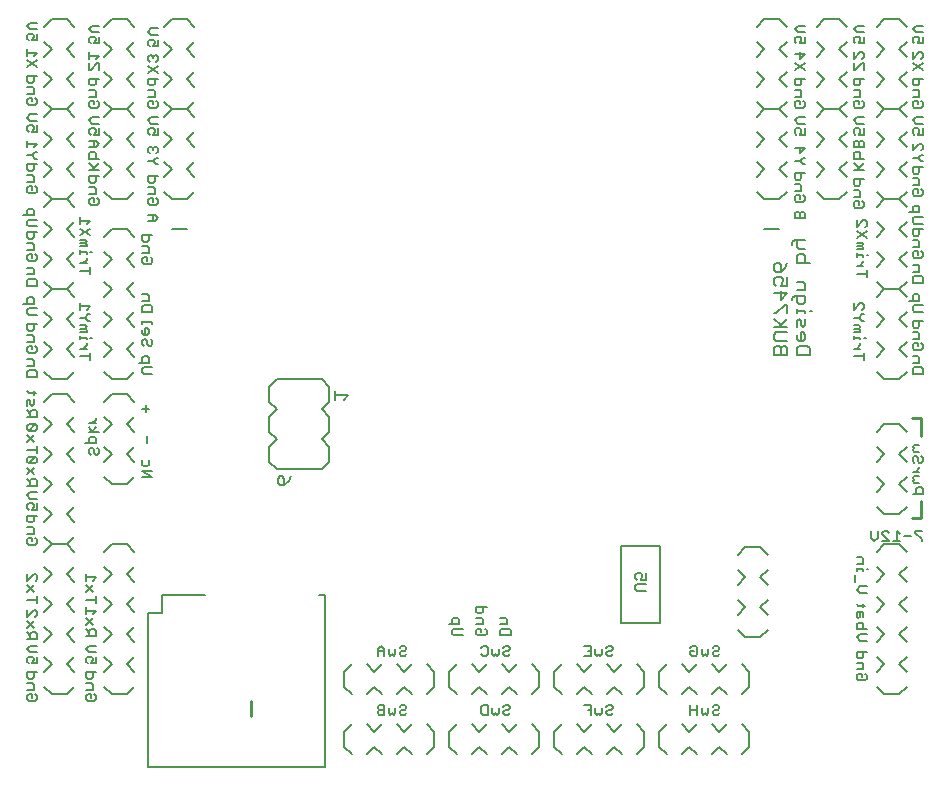
<source format=gbo>
G75*
%MOIN*%
%OFA0B0*%
%FSLAX25Y25*%
%IPPOS*%
%LPD*%
%AMOC8*
5,1,8,0,0,1.08239X$1,22.5*
%
%ADD10C,0.00700*%
%ADD11C,0.00600*%
%ADD12C,0.01000*%
%ADD13C,0.00500*%
%ADD14C,0.00800*%
D10*
X0257303Y0160537D02*
X0257303Y0162689D01*
X0258020Y0163406D01*
X0258737Y0163406D01*
X0259455Y0162689D01*
X0259455Y0160537D01*
X0261606Y0160537D02*
X0261606Y0162689D01*
X0260889Y0163406D01*
X0260172Y0163406D01*
X0259455Y0162689D01*
X0258020Y0165141D02*
X0257303Y0165858D01*
X0257303Y0167293D01*
X0258020Y0168010D01*
X0261606Y0168010D01*
X0261606Y0169745D02*
X0257303Y0169745D01*
X0258737Y0169745D02*
X0261606Y0172614D01*
X0261606Y0174349D02*
X0261606Y0177218D01*
X0260889Y0177218D01*
X0258020Y0174349D01*
X0257303Y0174349D01*
X0257303Y0172614D02*
X0259455Y0170462D01*
X0264803Y0169745D02*
X0264803Y0171897D01*
X0265520Y0172614D01*
X0266237Y0171897D01*
X0266237Y0170462D01*
X0266955Y0169745D01*
X0267672Y0170462D01*
X0267672Y0172614D01*
X0267672Y0174349D02*
X0267672Y0175066D01*
X0264803Y0175066D01*
X0264803Y0174349D02*
X0264803Y0175783D01*
X0265520Y0177418D02*
X0264803Y0178135D01*
X0264803Y0180287D01*
X0264085Y0180287D02*
X0267672Y0180287D01*
X0267672Y0178135D01*
X0266955Y0177418D01*
X0265520Y0177418D01*
X0263368Y0178853D02*
X0263368Y0179570D01*
X0264085Y0180287D01*
X0264803Y0182022D02*
X0267672Y0182022D01*
X0267672Y0184174D01*
X0266955Y0184891D01*
X0264803Y0184891D01*
X0261606Y0183557D02*
X0259455Y0183557D01*
X0260172Y0184991D01*
X0260172Y0185708D01*
X0259455Y0186426D01*
X0258020Y0186426D01*
X0257303Y0185708D01*
X0257303Y0184274D01*
X0258020Y0183557D01*
X0259455Y0181822D02*
X0259455Y0178953D01*
X0261606Y0181105D01*
X0257303Y0181105D01*
X0261606Y0183557D02*
X0261606Y0186426D01*
X0259455Y0188161D02*
X0258020Y0188161D01*
X0257303Y0188878D01*
X0257303Y0190312D01*
X0258020Y0191030D01*
X0258737Y0191030D01*
X0259455Y0190312D01*
X0259455Y0188161D01*
X0260889Y0189595D01*
X0261606Y0191030D01*
X0264803Y0191230D02*
X0264803Y0193382D01*
X0265520Y0194099D01*
X0266955Y0194099D01*
X0267672Y0193382D01*
X0267672Y0191230D01*
X0269106Y0191230D02*
X0264803Y0191230D01*
X0265520Y0195834D02*
X0264803Y0196551D01*
X0264803Y0198703D01*
X0264085Y0198703D02*
X0263368Y0197986D01*
X0263368Y0197268D01*
X0264085Y0198703D02*
X0267672Y0198703D01*
X0267672Y0195834D02*
X0265520Y0195834D01*
X0269106Y0175066D02*
X0269824Y0175066D01*
X0266955Y0168010D02*
X0266237Y0168010D01*
X0266237Y0165141D01*
X0265520Y0165141D02*
X0266955Y0165141D01*
X0267672Y0165858D01*
X0267672Y0167293D01*
X0266955Y0168010D01*
X0264803Y0167293D02*
X0264803Y0165858D01*
X0265520Y0165141D01*
X0265520Y0163406D02*
X0268389Y0163406D01*
X0269106Y0162689D01*
X0269106Y0160537D01*
X0264803Y0160537D01*
X0264803Y0162689D01*
X0265520Y0163406D01*
X0261606Y0165141D02*
X0258020Y0165141D01*
X0257303Y0160537D02*
X0261606Y0160537D01*
D11*
X0008741Y0045107D02*
X0008174Y0045674D01*
X0008174Y0046808D01*
X0008741Y0047375D01*
X0009875Y0047375D01*
X0009875Y0046241D01*
X0008741Y0045107D02*
X0011010Y0045107D01*
X0011577Y0045674D01*
X0011577Y0046808D01*
X0011010Y0047375D01*
X0010443Y0048790D02*
X0008174Y0048790D01*
X0008174Y0051059D02*
X0009875Y0051059D01*
X0010443Y0050491D01*
X0010443Y0048790D01*
X0014000Y0049892D02*
X0016500Y0047392D01*
X0021500Y0047392D01*
X0024000Y0049892D01*
X0027859Y0048790D02*
X0030128Y0048790D01*
X0030128Y0050491D01*
X0029561Y0051059D01*
X0027859Y0051059D01*
X0028426Y0052473D02*
X0027859Y0053040D01*
X0027859Y0054742D01*
X0031262Y0054742D01*
X0030128Y0054742D02*
X0030128Y0053040D01*
X0029561Y0052473D01*
X0028426Y0052473D01*
X0034000Y0054892D02*
X0036500Y0057392D01*
X0034000Y0059892D01*
X0031262Y0059917D02*
X0031262Y0057648D01*
X0029561Y0057648D01*
X0030128Y0058783D01*
X0030128Y0059350D01*
X0029561Y0059917D01*
X0028426Y0059917D01*
X0027859Y0059350D01*
X0027859Y0058215D01*
X0028426Y0057648D01*
X0028993Y0061331D02*
X0027859Y0062466D01*
X0028993Y0063600D01*
X0031262Y0063600D01*
X0031262Y0061331D02*
X0028993Y0061331D01*
X0034000Y0064892D02*
X0036500Y0067392D01*
X0034000Y0069892D01*
X0031262Y0068462D02*
X0030695Y0069029D01*
X0029561Y0069029D01*
X0028993Y0068462D01*
X0028993Y0066760D01*
X0027859Y0066760D02*
X0031262Y0066760D01*
X0031262Y0068462D01*
X0030128Y0070444D02*
X0027859Y0072712D01*
X0027859Y0074127D02*
X0027859Y0076395D01*
X0027859Y0075261D02*
X0031262Y0075261D01*
X0030128Y0074127D01*
X0030128Y0072712D02*
X0027859Y0070444D01*
X0027859Y0069029D02*
X0028993Y0067895D01*
X0024000Y0069892D02*
X0021500Y0067392D01*
X0024000Y0064892D01*
X0024000Y0059892D02*
X0021500Y0057392D01*
X0024000Y0054892D01*
X0016500Y0057392D02*
X0014000Y0054892D01*
X0011577Y0054742D02*
X0008174Y0054742D01*
X0008174Y0053040D01*
X0008741Y0052473D01*
X0009875Y0052473D01*
X0010443Y0053040D01*
X0010443Y0054742D01*
X0009875Y0057648D02*
X0010443Y0058783D01*
X0010443Y0059350D01*
X0009875Y0059917D01*
X0008741Y0059917D01*
X0008174Y0059350D01*
X0008174Y0058215D01*
X0008741Y0057648D01*
X0009875Y0057648D02*
X0011577Y0057648D01*
X0011577Y0059917D01*
X0011577Y0061331D02*
X0009308Y0061331D01*
X0008174Y0062466D01*
X0009308Y0063600D01*
X0011577Y0063600D01*
X0011577Y0065776D02*
X0011577Y0067478D01*
X0011010Y0068045D01*
X0009875Y0068045D01*
X0009308Y0067478D01*
X0009308Y0065776D01*
X0008174Y0065776D02*
X0011577Y0065776D01*
X0009308Y0066910D02*
X0008174Y0068045D01*
X0008174Y0069459D02*
X0010443Y0071728D01*
X0011010Y0073142D02*
X0011577Y0073710D01*
X0011577Y0074844D01*
X0011010Y0075411D01*
X0010443Y0075411D01*
X0008174Y0073142D01*
X0008174Y0075411D01*
X0008237Y0078944D02*
X0011640Y0078944D01*
X0011640Y0077810D02*
X0011640Y0080078D01*
X0010506Y0081493D02*
X0008237Y0083762D01*
X0008237Y0085176D02*
X0010506Y0087445D01*
X0011073Y0087445D01*
X0011640Y0086878D01*
X0011640Y0085743D01*
X0011073Y0085176D01*
X0010506Y0083762D02*
X0008237Y0081493D01*
X0008237Y0085176D02*
X0008237Y0087445D01*
X0014000Y0089892D02*
X0016500Y0087392D01*
X0014000Y0084892D01*
X0014000Y0079892D02*
X0016500Y0077392D01*
X0014000Y0074892D01*
X0014000Y0069892D02*
X0016500Y0067392D01*
X0014000Y0064892D01*
X0014000Y0059892D02*
X0016500Y0057392D01*
X0010443Y0069459D02*
X0008174Y0071728D01*
X0021500Y0077392D02*
X0024000Y0074892D01*
X0021500Y0077392D02*
X0024000Y0079892D01*
X0027922Y0078944D02*
X0031325Y0078944D01*
X0031325Y0077810D02*
X0031325Y0080078D01*
X0030191Y0081493D02*
X0027922Y0083762D01*
X0027922Y0085176D02*
X0027922Y0087445D01*
X0027922Y0086310D02*
X0031325Y0086310D01*
X0030191Y0085176D01*
X0030191Y0083762D02*
X0027922Y0081493D01*
X0024000Y0084892D02*
X0021500Y0087392D01*
X0024000Y0089892D01*
X0024000Y0094892D02*
X0021500Y0097392D01*
X0016500Y0097392D01*
X0014000Y0094892D01*
X0016500Y0097392D02*
X0021500Y0097392D01*
X0024000Y0099892D01*
X0024000Y0104892D02*
X0021500Y0107392D01*
X0024000Y0109892D01*
X0024000Y0114892D02*
X0021500Y0117392D01*
X0024000Y0119892D01*
X0024000Y0124892D02*
X0021500Y0127392D01*
X0024000Y0129892D01*
X0027709Y0130980D02*
X0031112Y0130980D01*
X0031112Y0132682D01*
X0030545Y0133249D01*
X0029410Y0133249D01*
X0028843Y0132682D01*
X0028843Y0130980D01*
X0029410Y0129566D02*
X0028843Y0128999D01*
X0028843Y0127864D01*
X0029410Y0127297D01*
X0030545Y0127864D02*
X0030545Y0128999D01*
X0029978Y0129566D01*
X0029410Y0129566D01*
X0030545Y0127864D02*
X0031112Y0127297D01*
X0031679Y0127297D01*
X0032246Y0127864D01*
X0032246Y0128999D01*
X0031679Y0129566D01*
X0034000Y0129892D02*
X0036500Y0127392D01*
X0034000Y0124892D01*
X0034000Y0119892D02*
X0036500Y0117392D01*
X0041500Y0117392D01*
X0044000Y0119892D01*
X0046560Y0119656D02*
X0049963Y0119656D01*
X0046560Y0121925D01*
X0049963Y0121925D01*
X0048261Y0123339D02*
X0047127Y0123339D01*
X0046560Y0123906D01*
X0046560Y0125608D01*
X0048828Y0125608D02*
X0048828Y0123906D01*
X0048261Y0123339D01*
X0044000Y0124892D02*
X0041500Y0127392D01*
X0044000Y0129892D01*
X0044000Y0134892D02*
X0041500Y0137392D01*
X0044000Y0139892D01*
X0046707Y0142503D02*
X0048976Y0142503D01*
X0047841Y0141369D02*
X0047841Y0143638D01*
X0044000Y0144892D02*
X0041500Y0147392D01*
X0036500Y0147392D01*
X0034000Y0144892D01*
X0034000Y0139892D02*
X0036500Y0137392D01*
X0034000Y0134892D01*
X0032246Y0134663D02*
X0028843Y0134663D01*
X0029978Y0134663D02*
X0031112Y0136365D01*
X0031112Y0137733D02*
X0028843Y0137733D01*
X0029978Y0137733D02*
X0031112Y0138867D01*
X0031112Y0139434D01*
X0028843Y0136365D02*
X0029978Y0134663D01*
X0024000Y0134892D02*
X0021500Y0137392D01*
X0024000Y0139892D01*
X0024000Y0144892D02*
X0021500Y0147392D01*
X0016500Y0147392D01*
X0014000Y0144892D01*
X0010506Y0144068D02*
X0010506Y0145769D01*
X0009371Y0145202D02*
X0009371Y0144068D01*
X0009938Y0143501D01*
X0010506Y0144068D01*
X0009371Y0145202D02*
X0008804Y0145769D01*
X0008237Y0145202D01*
X0008237Y0143501D01*
X0008237Y0142086D02*
X0009371Y0140952D01*
X0009371Y0141519D02*
X0009371Y0139818D01*
X0008237Y0139818D02*
X0011640Y0139818D01*
X0011640Y0141519D01*
X0011073Y0142086D01*
X0009938Y0142086D01*
X0009371Y0141519D01*
X0008741Y0137419D02*
X0008174Y0136852D01*
X0008174Y0135717D01*
X0008741Y0135150D01*
X0011010Y0137419D01*
X0008741Y0137419D01*
X0008741Y0135150D02*
X0011010Y0135150D01*
X0011577Y0135717D01*
X0011577Y0136852D01*
X0011010Y0137419D01*
X0010443Y0133736D02*
X0008174Y0131467D01*
X0010443Y0131467D02*
X0008174Y0133736D01*
X0011577Y0130053D02*
X0011577Y0127784D01*
X0011577Y0128918D02*
X0008174Y0128918D01*
X0008741Y0126592D02*
X0008174Y0126025D01*
X0008174Y0124891D01*
X0008741Y0124324D01*
X0011010Y0126592D01*
X0008741Y0126592D01*
X0008741Y0124324D02*
X0011010Y0124324D01*
X0011577Y0124891D01*
X0011577Y0126025D01*
X0011010Y0126592D01*
X0014000Y0124892D02*
X0016500Y0127392D01*
X0014000Y0129892D01*
X0014000Y0134892D02*
X0016500Y0137392D01*
X0014000Y0139892D01*
X0010506Y0147184D02*
X0010506Y0148318D01*
X0011073Y0147751D02*
X0008804Y0147751D01*
X0008237Y0148318D01*
X0008174Y0153121D02*
X0008174Y0154822D01*
X0008741Y0155389D01*
X0011010Y0155389D01*
X0011577Y0154822D01*
X0011577Y0153121D01*
X0008174Y0153121D01*
X0008174Y0156804D02*
X0010443Y0156804D01*
X0010443Y0158505D01*
X0009875Y0159072D01*
X0008174Y0159072D01*
X0008741Y0161249D02*
X0008174Y0161816D01*
X0008174Y0162950D01*
X0008741Y0163517D01*
X0009875Y0163517D01*
X0009875Y0162383D01*
X0008741Y0161249D02*
X0011010Y0161249D01*
X0011577Y0161816D01*
X0011577Y0162950D01*
X0011010Y0163517D01*
X0010443Y0164932D02*
X0010443Y0166633D01*
X0009875Y0167200D01*
X0008174Y0167200D01*
X0008741Y0168615D02*
X0009875Y0168615D01*
X0010443Y0169182D01*
X0010443Y0170883D01*
X0011577Y0170883D02*
X0008174Y0170883D01*
X0008174Y0169182D01*
X0008741Y0168615D01*
X0008174Y0164932D02*
X0010443Y0164932D01*
X0014000Y0164892D02*
X0016500Y0162392D01*
X0014000Y0159892D01*
X0014000Y0154892D02*
X0016500Y0152392D01*
X0021500Y0152392D01*
X0024000Y0154892D01*
X0024000Y0159892D02*
X0021500Y0162392D01*
X0024000Y0164892D01*
X0025891Y0165683D02*
X0025891Y0166817D01*
X0025891Y0166250D02*
X0028159Y0166250D01*
X0028159Y0165683D01*
X0029293Y0166250D02*
X0029861Y0166250D01*
X0028159Y0168138D02*
X0028159Y0168705D01*
X0027592Y0169273D01*
X0028159Y0169840D01*
X0027592Y0170407D01*
X0025891Y0170407D01*
X0025891Y0169273D02*
X0027592Y0169273D01*
X0028159Y0168138D02*
X0025891Y0168138D01*
X0024000Y0169892D02*
X0021500Y0172392D01*
X0024000Y0174892D01*
X0025891Y0175505D02*
X0025891Y0177773D01*
X0025891Y0176639D02*
X0029293Y0176639D01*
X0028159Y0175505D01*
X0028726Y0174090D02*
X0027592Y0172956D01*
X0025891Y0172956D01*
X0027592Y0172956D02*
X0028726Y0171821D01*
X0029293Y0171821D01*
X0029293Y0174090D02*
X0028726Y0174090D01*
X0034000Y0174892D02*
X0036500Y0172392D01*
X0034000Y0169892D01*
X0034000Y0164892D02*
X0036500Y0162392D01*
X0034000Y0159892D01*
X0029293Y0160065D02*
X0025891Y0160065D01*
X0025891Y0162614D02*
X0028159Y0162614D01*
X0027025Y0162614D02*
X0028159Y0163748D01*
X0028159Y0164315D01*
X0029293Y0161199D02*
X0029293Y0158930D01*
X0034000Y0154892D02*
X0036500Y0152392D01*
X0041500Y0152392D01*
X0044000Y0154892D01*
X0046560Y0154672D02*
X0046560Y0155806D01*
X0047127Y0156374D01*
X0049963Y0156374D01*
X0048828Y0157788D02*
X0045426Y0157788D01*
X0046560Y0157788D02*
X0046560Y0159490D01*
X0047127Y0160057D01*
X0048261Y0160057D01*
X0048828Y0159490D01*
X0048828Y0157788D01*
X0049963Y0154105D02*
X0047127Y0154105D01*
X0046560Y0154672D01*
X0044000Y0159892D02*
X0041500Y0162392D01*
X0044000Y0164892D01*
X0046560Y0165162D02*
X0046560Y0164028D01*
X0047127Y0163461D01*
X0048261Y0164028D02*
X0048261Y0165162D01*
X0047694Y0165729D01*
X0047127Y0165729D01*
X0046560Y0165162D01*
X0048261Y0164028D02*
X0048828Y0163461D01*
X0049396Y0163461D01*
X0049963Y0164028D01*
X0049963Y0165162D01*
X0049396Y0165729D01*
X0048261Y0167144D02*
X0047127Y0167144D01*
X0046560Y0167711D01*
X0046560Y0168845D01*
X0047694Y0169412D02*
X0047694Y0167144D01*
X0048261Y0167144D02*
X0048828Y0167711D01*
X0048828Y0168845D01*
X0048261Y0169412D01*
X0047694Y0169412D01*
X0046560Y0170827D02*
X0046560Y0171961D01*
X0046560Y0171394D02*
X0049963Y0171394D01*
X0049963Y0170827D01*
X0049963Y0174774D02*
X0046560Y0174774D01*
X0046560Y0176476D01*
X0047127Y0177043D01*
X0049396Y0177043D01*
X0049963Y0176476D01*
X0049963Y0174774D01*
X0048828Y0178457D02*
X0046560Y0178457D01*
X0048828Y0178457D02*
X0048828Y0180159D01*
X0048261Y0180726D01*
X0046560Y0180726D01*
X0044000Y0179892D02*
X0041500Y0182392D01*
X0044000Y0184892D01*
X0044000Y0189892D02*
X0041500Y0192392D01*
X0044000Y0194892D01*
X0046560Y0194459D02*
X0048828Y0194459D01*
X0048828Y0196161D01*
X0048261Y0196728D01*
X0046560Y0196728D01*
X0047127Y0198142D02*
X0048261Y0198142D01*
X0048828Y0198710D01*
X0048828Y0200411D01*
X0049963Y0200411D02*
X0046560Y0200411D01*
X0046560Y0198710D01*
X0047127Y0198142D01*
X0044000Y0199892D02*
X0041500Y0202392D01*
X0036500Y0202392D01*
X0034000Y0199892D01*
X0029293Y0200365D02*
X0025891Y0202633D01*
X0025891Y0204048D02*
X0025891Y0206317D01*
X0025891Y0205182D02*
X0029293Y0205182D01*
X0028159Y0204048D01*
X0029293Y0202633D02*
X0025891Y0200365D01*
X0025891Y0198950D02*
X0027592Y0198950D01*
X0028159Y0198383D01*
X0027592Y0197816D01*
X0025891Y0197816D01*
X0025891Y0196682D02*
X0028159Y0196682D01*
X0028159Y0197249D01*
X0027592Y0197816D01*
X0025891Y0195361D02*
X0025891Y0194226D01*
X0025891Y0194793D02*
X0028159Y0194793D01*
X0028159Y0194226D01*
X0029293Y0194793D02*
X0029861Y0194793D01*
X0028159Y0192858D02*
X0028159Y0192291D01*
X0027025Y0191157D01*
X0025891Y0191157D02*
X0028159Y0191157D01*
X0029293Y0189742D02*
X0029293Y0187474D01*
X0029293Y0188608D02*
X0025891Y0188608D01*
X0024000Y0189892D02*
X0021500Y0192392D01*
X0024000Y0194892D01*
X0024000Y0199892D02*
X0021500Y0202392D01*
X0024000Y0204892D01*
X0024000Y0209892D02*
X0021500Y0212392D01*
X0016500Y0212392D01*
X0014000Y0209892D01*
X0016500Y0212392D02*
X0021500Y0212392D01*
X0024000Y0214892D01*
X0024000Y0219892D02*
X0021500Y0222392D01*
X0024000Y0224892D01*
X0028843Y0224541D02*
X0030545Y0222839D01*
X0029978Y0222272D02*
X0032246Y0224541D01*
X0032246Y0225955D02*
X0028843Y0225955D01*
X0028843Y0227657D01*
X0029410Y0228224D01*
X0030545Y0228224D01*
X0031112Y0227657D01*
X0031112Y0225955D01*
X0034000Y0224892D02*
X0036500Y0222392D01*
X0034000Y0219892D01*
X0032246Y0220096D02*
X0028843Y0220096D01*
X0028843Y0218395D01*
X0029410Y0217827D01*
X0030545Y0217827D01*
X0031112Y0218395D01*
X0031112Y0220096D01*
X0032246Y0222272D02*
X0028843Y0222272D01*
X0028843Y0216413D02*
X0030545Y0216413D01*
X0031112Y0215846D01*
X0031112Y0214144D01*
X0028843Y0214144D01*
X0029410Y0212730D02*
X0030545Y0212730D01*
X0030545Y0211595D01*
X0031679Y0210461D02*
X0029410Y0210461D01*
X0028843Y0211028D01*
X0028843Y0212163D01*
X0029410Y0212730D01*
X0031679Y0212730D02*
X0032246Y0212163D01*
X0032246Y0211028D01*
X0031679Y0210461D01*
X0034000Y0214892D02*
X0036500Y0212392D01*
X0041500Y0212392D01*
X0044000Y0214892D01*
X0044000Y0219892D02*
X0041500Y0222392D01*
X0044000Y0224892D01*
X0048528Y0225121D02*
X0050230Y0225121D01*
X0051364Y0226255D01*
X0051931Y0226255D01*
X0051364Y0227670D02*
X0051931Y0228237D01*
X0051931Y0229371D01*
X0051364Y0229939D01*
X0050797Y0229939D01*
X0050230Y0229371D01*
X0049663Y0229939D01*
X0049095Y0229939D01*
X0048528Y0229371D01*
X0048528Y0228237D01*
X0049095Y0227670D01*
X0050230Y0228804D02*
X0050230Y0229371D01*
X0050230Y0233829D02*
X0050797Y0234964D01*
X0050797Y0235531D01*
X0050230Y0236098D01*
X0049095Y0236098D01*
X0048528Y0235531D01*
X0048528Y0234397D01*
X0049095Y0233829D01*
X0050230Y0233829D02*
X0051931Y0233829D01*
X0051931Y0236098D01*
X0051931Y0237513D02*
X0049663Y0237513D01*
X0048528Y0238647D01*
X0049663Y0239781D01*
X0051931Y0239781D01*
X0054000Y0239892D02*
X0056500Y0242392D01*
X0061500Y0242392D01*
X0064000Y0239892D01*
X0061500Y0242392D02*
X0056500Y0242392D01*
X0054000Y0244892D01*
X0051931Y0244643D02*
X0051931Y0243509D01*
X0051364Y0242942D01*
X0049095Y0242942D01*
X0048528Y0243509D01*
X0048528Y0244643D01*
X0049095Y0245210D01*
X0050230Y0245210D01*
X0050230Y0244076D01*
X0051364Y0245210D02*
X0051931Y0244643D01*
X0050797Y0246625D02*
X0050797Y0248326D01*
X0050230Y0248893D01*
X0048528Y0248893D01*
X0049095Y0250308D02*
X0050230Y0250308D01*
X0050797Y0250875D01*
X0050797Y0252576D01*
X0051931Y0252576D02*
X0048528Y0252576D01*
X0048528Y0250875D01*
X0049095Y0250308D01*
X0048528Y0254499D02*
X0051931Y0256767D01*
X0051364Y0258182D02*
X0051931Y0258749D01*
X0051931Y0259883D01*
X0051364Y0260450D01*
X0050797Y0260450D01*
X0050230Y0259883D01*
X0049663Y0260450D01*
X0049095Y0260450D01*
X0048528Y0259883D01*
X0048528Y0258749D01*
X0049095Y0258182D01*
X0048528Y0256767D02*
X0051931Y0254499D01*
X0054000Y0254892D02*
X0056500Y0252392D01*
X0054000Y0249892D01*
X0050797Y0246625D02*
X0048528Y0246625D01*
X0044000Y0244892D02*
X0041500Y0242392D01*
X0036500Y0242392D01*
X0034000Y0244892D01*
X0032246Y0244643D02*
X0032246Y0243509D01*
X0031679Y0242942D01*
X0029410Y0242942D01*
X0028843Y0243509D01*
X0028843Y0244643D01*
X0029410Y0245210D01*
X0030545Y0245210D01*
X0030545Y0244076D01*
X0031679Y0245210D02*
X0032246Y0244643D01*
X0031112Y0246625D02*
X0031112Y0248326D01*
X0030545Y0248893D01*
X0028843Y0248893D01*
X0029410Y0250308D02*
X0030545Y0250308D01*
X0031112Y0250875D01*
X0031112Y0252576D01*
X0032246Y0252576D02*
X0028843Y0252576D01*
X0028843Y0250875D01*
X0029410Y0250308D01*
X0034000Y0249892D02*
X0036500Y0252392D01*
X0034000Y0254892D01*
X0032246Y0255483D02*
X0032246Y0257752D01*
X0031679Y0257752D01*
X0029410Y0255483D01*
X0028843Y0255483D01*
X0028843Y0257752D01*
X0028843Y0259166D02*
X0028843Y0261435D01*
X0028843Y0260300D02*
X0032246Y0260300D01*
X0031112Y0259166D01*
X0034000Y0259892D02*
X0036500Y0262392D01*
X0034000Y0264892D01*
X0032246Y0264341D02*
X0030545Y0264341D01*
X0031112Y0265475D01*
X0031112Y0266043D01*
X0030545Y0266610D01*
X0029410Y0266610D01*
X0028843Y0266043D01*
X0028843Y0264908D01*
X0029410Y0264341D01*
X0032246Y0264341D02*
X0032246Y0266610D01*
X0032246Y0268024D02*
X0029978Y0268024D01*
X0028843Y0269159D01*
X0029978Y0270293D01*
X0032246Y0270293D01*
X0034000Y0269892D02*
X0036500Y0272392D01*
X0041500Y0272392D01*
X0044000Y0269892D01*
X0048528Y0268174D02*
X0049663Y0269309D01*
X0051931Y0269309D01*
X0054000Y0269892D02*
X0056500Y0272392D01*
X0061500Y0272392D01*
X0064000Y0269892D01*
X0064000Y0264892D02*
X0061500Y0262392D01*
X0064000Y0259892D01*
X0064000Y0254892D02*
X0061500Y0252392D01*
X0064000Y0249892D01*
X0064000Y0244892D02*
X0061500Y0242392D01*
X0064000Y0234892D02*
X0061500Y0232392D01*
X0064000Y0229892D01*
X0064000Y0224892D02*
X0061500Y0222392D01*
X0064000Y0219892D01*
X0064000Y0214892D02*
X0061500Y0212392D01*
X0056500Y0212392D01*
X0054000Y0214892D01*
X0050797Y0214144D02*
X0050797Y0215846D01*
X0050230Y0216413D01*
X0048528Y0216413D01*
X0049095Y0217827D02*
X0050230Y0217827D01*
X0050797Y0218395D01*
X0050797Y0220096D01*
X0051931Y0220096D02*
X0048528Y0220096D01*
X0048528Y0218395D01*
X0049095Y0217827D01*
X0048528Y0214144D02*
X0050797Y0214144D01*
X0051364Y0212730D02*
X0051931Y0212163D01*
X0051931Y0211028D01*
X0051364Y0210461D01*
X0049095Y0210461D01*
X0048528Y0211028D01*
X0048528Y0212163D01*
X0049095Y0212730D01*
X0050230Y0212730D01*
X0050230Y0211595D01*
X0050230Y0207301D02*
X0050230Y0205032D01*
X0050797Y0205032D02*
X0048528Y0205032D01*
X0048528Y0207301D02*
X0050797Y0207301D01*
X0051931Y0206167D01*
X0050797Y0205032D01*
X0049396Y0193045D02*
X0049963Y0192478D01*
X0049963Y0191343D01*
X0049396Y0190776D01*
X0047127Y0190776D01*
X0046560Y0191343D01*
X0046560Y0192478D01*
X0047127Y0193045D01*
X0048261Y0193045D01*
X0048261Y0191910D01*
X0036500Y0192392D02*
X0034000Y0189892D01*
X0036500Y0192392D02*
X0034000Y0194892D01*
X0034000Y0184892D02*
X0036500Y0182392D01*
X0034000Y0179892D01*
X0024000Y0179892D02*
X0021500Y0182392D01*
X0024000Y0184892D01*
X0021500Y0182392D02*
X0016500Y0182392D01*
X0014000Y0184892D01*
X0011577Y0185334D02*
X0011577Y0183633D01*
X0008174Y0183633D01*
X0008174Y0185334D01*
X0008741Y0185901D01*
X0011010Y0185901D01*
X0011577Y0185334D01*
X0010443Y0187316D02*
X0008174Y0187316D01*
X0008174Y0189584D02*
X0009875Y0189584D01*
X0010443Y0189017D01*
X0010443Y0187316D01*
X0014000Y0189892D02*
X0016500Y0192392D01*
X0014000Y0194892D01*
X0011577Y0193462D02*
X0011577Y0192328D01*
X0011010Y0191760D01*
X0008741Y0191760D01*
X0008174Y0192328D01*
X0008174Y0193462D01*
X0008741Y0194029D01*
X0009875Y0194029D01*
X0009875Y0192895D01*
X0011010Y0194029D02*
X0011577Y0193462D01*
X0010443Y0195444D02*
X0010443Y0197145D01*
X0009875Y0197712D01*
X0008174Y0197712D01*
X0008741Y0199127D02*
X0009875Y0199127D01*
X0010443Y0199694D01*
X0010443Y0201395D01*
X0011577Y0201395D02*
X0008174Y0201395D01*
X0008174Y0199694D01*
X0008741Y0199127D01*
X0008741Y0203318D02*
X0008174Y0203885D01*
X0008174Y0205019D01*
X0008741Y0205586D01*
X0011577Y0205586D01*
X0010443Y0207001D02*
X0010443Y0208702D01*
X0009875Y0209269D01*
X0008741Y0209269D01*
X0008174Y0208702D01*
X0008174Y0207001D01*
X0007040Y0207001D02*
X0010443Y0207001D01*
X0011577Y0203318D02*
X0008741Y0203318D01*
X0014000Y0204892D02*
X0016500Y0202392D01*
X0014000Y0199892D01*
X0010443Y0195444D02*
X0008174Y0195444D01*
X0016500Y0182392D02*
X0021500Y0182392D01*
X0016500Y0182392D02*
X0014000Y0179892D01*
X0010443Y0179175D02*
X0010443Y0177473D01*
X0007040Y0177473D01*
X0008174Y0177473D02*
X0008174Y0179175D01*
X0008741Y0179742D01*
X0009875Y0179742D01*
X0010443Y0179175D01*
X0011577Y0176059D02*
X0008741Y0176059D01*
X0008174Y0175491D01*
X0008174Y0174357D01*
X0008741Y0173790D01*
X0011577Y0173790D01*
X0014000Y0174892D02*
X0016500Y0172392D01*
X0014000Y0169892D01*
X0041500Y0172392D02*
X0044000Y0169892D01*
X0041500Y0172392D02*
X0044000Y0174892D01*
X0048261Y0133482D02*
X0048261Y0131213D01*
X0016500Y0117392D02*
X0014000Y0114892D01*
X0011577Y0114781D02*
X0009308Y0114781D01*
X0008174Y0113647D01*
X0009308Y0112513D01*
X0011577Y0112513D01*
X0011577Y0111098D02*
X0011577Y0108829D01*
X0009875Y0108829D01*
X0010443Y0109964D01*
X0010443Y0110531D01*
X0009875Y0111098D01*
X0008741Y0111098D01*
X0008174Y0110531D01*
X0008174Y0109397D01*
X0008741Y0108829D01*
X0008174Y0106907D02*
X0008174Y0105206D01*
X0008741Y0104639D01*
X0009875Y0104639D01*
X0010443Y0105206D01*
X0010443Y0106907D01*
X0011577Y0106907D02*
X0008174Y0106907D01*
X0008174Y0103224D02*
X0009875Y0103224D01*
X0010443Y0102657D01*
X0010443Y0100955D01*
X0008174Y0100955D01*
X0008741Y0099541D02*
X0009875Y0099541D01*
X0009875Y0098407D01*
X0008741Y0099541D02*
X0008174Y0098974D01*
X0008174Y0097839D01*
X0008741Y0097272D01*
X0011010Y0097272D01*
X0011577Y0097839D01*
X0011577Y0098974D01*
X0011010Y0099541D01*
X0014000Y0099892D02*
X0016500Y0097392D01*
X0014000Y0104892D02*
X0016500Y0107392D01*
X0014000Y0109892D01*
X0011577Y0116957D02*
X0008174Y0116957D01*
X0009308Y0116957D02*
X0009308Y0118659D01*
X0009875Y0119226D01*
X0011010Y0119226D01*
X0011577Y0118659D01*
X0011577Y0116957D01*
X0009308Y0118092D02*
X0008174Y0119226D01*
X0008174Y0120640D02*
X0010443Y0122909D01*
X0010443Y0120640D02*
X0008174Y0122909D01*
X0014000Y0119892D02*
X0016500Y0117392D01*
X0036500Y0097392D02*
X0034000Y0094892D01*
X0036500Y0097392D02*
X0041500Y0097392D01*
X0044000Y0094892D01*
X0044000Y0089892D02*
X0041500Y0087392D01*
X0044000Y0084892D01*
X0044000Y0079892D02*
X0041500Y0077392D01*
X0044000Y0074892D01*
X0044000Y0069892D02*
X0041500Y0067392D01*
X0044000Y0064892D01*
X0044000Y0059892D02*
X0041500Y0057392D01*
X0044000Y0054892D01*
X0044000Y0049892D02*
X0041500Y0047392D01*
X0036500Y0047392D01*
X0034000Y0049892D01*
X0031262Y0046808D02*
X0031262Y0045674D01*
X0030695Y0045107D01*
X0028426Y0045107D01*
X0027859Y0045674D01*
X0027859Y0046808D01*
X0028426Y0047375D01*
X0029561Y0047375D01*
X0029561Y0046241D01*
X0030695Y0047375D02*
X0031262Y0046808D01*
X0034000Y0074892D02*
X0036500Y0077392D01*
X0034000Y0079892D01*
X0034000Y0084892D02*
X0036500Y0087392D01*
X0034000Y0089892D01*
X0089000Y0124892D02*
X0091500Y0122392D01*
X0106500Y0122392D01*
X0109000Y0124892D01*
X0109000Y0129892D01*
X0106500Y0132392D01*
X0109000Y0134892D01*
X0109000Y0139892D01*
X0106500Y0142392D01*
X0109000Y0144892D01*
X0109000Y0149892D01*
X0106500Y0152392D01*
X0091500Y0152392D01*
X0089000Y0149892D01*
X0089000Y0144892D01*
X0091500Y0142392D01*
X0089000Y0139892D01*
X0089000Y0134892D01*
X0091500Y0132392D01*
X0089000Y0129892D01*
X0089000Y0124892D01*
X0150009Y0072368D02*
X0150009Y0070666D01*
X0148874Y0070666D02*
X0152277Y0070666D01*
X0152277Y0072368D01*
X0151710Y0072935D01*
X0150576Y0072935D01*
X0150009Y0072368D01*
X0150576Y0069252D02*
X0153412Y0069252D01*
X0153412Y0066983D02*
X0150576Y0066983D01*
X0150009Y0067550D01*
X0150009Y0068685D01*
X0150576Y0069252D01*
X0158009Y0068685D02*
X0158576Y0069252D01*
X0159710Y0069252D01*
X0159710Y0068117D01*
X0158576Y0066983D02*
X0158009Y0067550D01*
X0158009Y0068685D01*
X0158576Y0066983D02*
X0160844Y0066983D01*
X0161412Y0067550D01*
X0161412Y0068685D01*
X0160844Y0069252D01*
X0160277Y0070666D02*
X0160277Y0072368D01*
X0159710Y0072935D01*
X0158009Y0072935D01*
X0158576Y0074349D02*
X0159710Y0074349D01*
X0160277Y0074917D01*
X0160277Y0076618D01*
X0161412Y0076618D02*
X0158009Y0076618D01*
X0158009Y0074917D01*
X0158576Y0074349D01*
X0158009Y0070666D02*
X0160277Y0070666D01*
X0166009Y0070666D02*
X0168277Y0070666D01*
X0168277Y0072368D01*
X0167710Y0072935D01*
X0166009Y0072935D01*
X0166576Y0069252D02*
X0168844Y0069252D01*
X0169412Y0068685D01*
X0169412Y0066983D01*
X0166009Y0066983D01*
X0166009Y0068685D01*
X0166576Y0069252D01*
X0167471Y0063496D02*
X0168605Y0063496D01*
X0169172Y0062929D01*
X0169172Y0062362D01*
X0168605Y0061795D01*
X0167471Y0061795D01*
X0166904Y0061228D01*
X0166904Y0060660D01*
X0167471Y0060093D01*
X0168605Y0060093D01*
X0169172Y0060660D01*
X0166904Y0062929D02*
X0167471Y0063496D01*
X0165489Y0062362D02*
X0165489Y0060660D01*
X0164922Y0060093D01*
X0164355Y0060660D01*
X0163788Y0060093D01*
X0163221Y0060660D01*
X0163221Y0062362D01*
X0161806Y0062929D02*
X0161806Y0060660D01*
X0161239Y0060093D01*
X0160105Y0060093D01*
X0159538Y0060660D01*
X0159538Y0062929D02*
X0160105Y0063496D01*
X0161239Y0063496D01*
X0161806Y0062929D01*
X0161500Y0057392D02*
X0159000Y0054892D01*
X0156500Y0057392D01*
X0151500Y0057392D02*
X0149000Y0054892D01*
X0149000Y0049892D01*
X0151500Y0047392D01*
X0156500Y0047392D02*
X0159000Y0049892D01*
X0161500Y0047392D01*
X0161806Y0043811D02*
X0160105Y0043811D01*
X0159538Y0043244D01*
X0159538Y0040975D01*
X0160105Y0040408D01*
X0161806Y0040408D01*
X0161806Y0043811D01*
X0163221Y0042677D02*
X0163221Y0040975D01*
X0163788Y0040408D01*
X0164355Y0040975D01*
X0164922Y0040408D01*
X0165489Y0040975D01*
X0165489Y0042677D01*
X0166904Y0043244D02*
X0167471Y0043811D01*
X0168605Y0043811D01*
X0169172Y0043244D01*
X0169172Y0042677D01*
X0168605Y0042110D01*
X0167471Y0042110D01*
X0166904Y0041543D01*
X0166904Y0040975D01*
X0167471Y0040408D01*
X0168605Y0040408D01*
X0169172Y0040975D01*
X0171500Y0037392D02*
X0169000Y0034892D01*
X0166500Y0037392D01*
X0161500Y0037392D02*
X0159000Y0034892D01*
X0156500Y0037392D01*
X0151500Y0037392D02*
X0149000Y0034892D01*
X0149000Y0029892D01*
X0151500Y0027392D01*
X0156500Y0027392D02*
X0159000Y0029892D01*
X0161500Y0027392D01*
X0166500Y0027392D02*
X0169000Y0029892D01*
X0171500Y0027392D01*
X0176500Y0027392D02*
X0179000Y0029892D01*
X0179000Y0034892D01*
X0176500Y0037392D01*
X0184000Y0034892D02*
X0184000Y0029892D01*
X0186500Y0027392D01*
X0191500Y0027392D02*
X0194000Y0029892D01*
X0196500Y0027392D01*
X0201500Y0027392D02*
X0204000Y0029892D01*
X0206500Y0027392D01*
X0211500Y0027392D02*
X0214000Y0029892D01*
X0214000Y0034892D01*
X0211500Y0037392D01*
X0206500Y0037392D02*
X0204000Y0034892D01*
X0201500Y0037392D01*
X0201880Y0040408D02*
X0203015Y0040408D01*
X0203582Y0040975D01*
X0203015Y0042110D02*
X0201880Y0042110D01*
X0201313Y0041543D01*
X0201313Y0040975D01*
X0201880Y0040408D01*
X0203015Y0042110D02*
X0203582Y0042677D01*
X0203582Y0043244D01*
X0203015Y0043811D01*
X0201880Y0043811D01*
X0201313Y0043244D01*
X0199899Y0042677D02*
X0199899Y0040975D01*
X0199332Y0040408D01*
X0198764Y0040975D01*
X0198197Y0040408D01*
X0197630Y0040975D01*
X0197630Y0042677D01*
X0196216Y0042110D02*
X0195081Y0042110D01*
X0196216Y0043811D02*
X0193947Y0043811D01*
X0196216Y0043811D02*
X0196216Y0040408D01*
X0196500Y0037392D02*
X0194000Y0034892D01*
X0191500Y0037392D01*
X0186500Y0037392D02*
X0184000Y0034892D01*
X0186500Y0047392D02*
X0184000Y0049892D01*
X0184000Y0054892D01*
X0186500Y0057392D01*
X0191500Y0057392D02*
X0194000Y0054892D01*
X0196500Y0057392D01*
X0196216Y0060093D02*
X0193947Y0060093D01*
X0195081Y0061795D02*
X0196216Y0061795D01*
X0197630Y0062362D02*
X0197630Y0060660D01*
X0198197Y0060093D01*
X0198764Y0060660D01*
X0199332Y0060093D01*
X0199899Y0060660D01*
X0199899Y0062362D01*
X0201313Y0062929D02*
X0201880Y0063496D01*
X0203015Y0063496D01*
X0203582Y0062929D01*
X0203582Y0062362D01*
X0203015Y0061795D01*
X0201880Y0061795D01*
X0201313Y0061228D01*
X0201313Y0060660D01*
X0201880Y0060093D01*
X0203015Y0060093D01*
X0203582Y0060660D01*
X0201500Y0057392D02*
X0204000Y0054892D01*
X0206500Y0057392D01*
X0211500Y0057392D02*
X0214000Y0054892D01*
X0214000Y0049892D01*
X0211500Y0047392D01*
X0206500Y0047392D02*
X0204000Y0049892D01*
X0201500Y0047392D01*
X0196500Y0047392D02*
X0194000Y0049892D01*
X0191500Y0047392D01*
X0179000Y0049892D02*
X0176500Y0047392D01*
X0179000Y0049892D02*
X0179000Y0054892D01*
X0176500Y0057392D01*
X0171500Y0057392D02*
X0169000Y0054892D01*
X0166500Y0057392D01*
X0169000Y0049892D02*
X0166500Y0047392D01*
X0169000Y0049892D02*
X0171500Y0047392D01*
X0193947Y0063496D02*
X0196216Y0063496D01*
X0196216Y0060093D01*
X0219000Y0054892D02*
X0219000Y0049892D01*
X0221500Y0047392D01*
X0226500Y0047392D02*
X0229000Y0049892D01*
X0231500Y0047392D01*
X0231649Y0043811D02*
X0231649Y0040408D01*
X0233063Y0040975D02*
X0233063Y0042677D01*
X0231649Y0042110D02*
X0229380Y0042110D01*
X0229380Y0043811D02*
X0229380Y0040408D01*
X0231500Y0037392D02*
X0229000Y0034892D01*
X0226500Y0037392D01*
X0221500Y0037392D02*
X0219000Y0034892D01*
X0219000Y0029892D01*
X0221500Y0027392D01*
X0226500Y0027392D02*
X0229000Y0029892D01*
X0231500Y0027392D01*
X0236500Y0027392D02*
X0239000Y0029892D01*
X0241500Y0027392D01*
X0246500Y0027392D02*
X0249000Y0029892D01*
X0249000Y0034892D01*
X0246500Y0037392D01*
X0241500Y0037392D02*
X0239000Y0034892D01*
X0236500Y0037392D01*
X0237314Y0040408D02*
X0238448Y0040408D01*
X0239015Y0040975D01*
X0238448Y0042110D02*
X0237314Y0042110D01*
X0236746Y0041543D01*
X0236746Y0040975D01*
X0237314Y0040408D01*
X0238448Y0042110D02*
X0239015Y0042677D01*
X0239015Y0043244D01*
X0238448Y0043811D01*
X0237314Y0043811D01*
X0236746Y0043244D01*
X0235332Y0042677D02*
X0235332Y0040975D01*
X0234765Y0040408D01*
X0234198Y0040975D01*
X0233630Y0040408D01*
X0233063Y0040975D01*
X0236500Y0047392D02*
X0239000Y0049892D01*
X0241500Y0047392D01*
X0246500Y0047392D02*
X0249000Y0049892D01*
X0249000Y0054892D01*
X0246500Y0057392D01*
X0241500Y0057392D02*
X0239000Y0054892D01*
X0236500Y0057392D01*
X0237314Y0060093D02*
X0236746Y0060660D01*
X0236746Y0061228D01*
X0237314Y0061795D01*
X0238448Y0061795D01*
X0239015Y0062362D01*
X0239015Y0062929D01*
X0238448Y0063496D01*
X0237314Y0063496D01*
X0236746Y0062929D01*
X0235332Y0062362D02*
X0235332Y0060660D01*
X0234765Y0060093D01*
X0234198Y0060660D01*
X0233630Y0060093D01*
X0233063Y0060660D01*
X0233063Y0062362D01*
X0231649Y0062929D02*
X0231649Y0060660D01*
X0231082Y0060093D01*
X0229947Y0060093D01*
X0229380Y0060660D01*
X0229380Y0061795D01*
X0230514Y0061795D01*
X0229380Y0062929D02*
X0229947Y0063496D01*
X0231082Y0063496D01*
X0231649Y0062929D01*
X0231500Y0057392D02*
X0229000Y0054892D01*
X0226500Y0057392D01*
X0221500Y0057392D02*
X0219000Y0054892D01*
X0237314Y0060093D02*
X0238448Y0060093D01*
X0239015Y0060660D01*
X0245063Y0068947D02*
X0247563Y0066447D01*
X0252563Y0066447D01*
X0255063Y0068947D01*
X0255063Y0073947D02*
X0252563Y0076447D01*
X0255063Y0078947D01*
X0255063Y0083947D02*
X0252563Y0086447D01*
X0255063Y0088947D01*
X0255063Y0093947D02*
X0252563Y0096447D01*
X0247563Y0096447D01*
X0245063Y0093947D01*
X0245063Y0088947D02*
X0247563Y0086447D01*
X0245063Y0083947D01*
X0245063Y0078947D02*
X0247563Y0076447D01*
X0245063Y0073947D01*
X0284749Y0073223D02*
X0285316Y0072656D01*
X0285883Y0073223D01*
X0285883Y0074924D01*
X0286450Y0074924D02*
X0284749Y0074924D01*
X0284749Y0073223D01*
X0285316Y0071241D02*
X0286450Y0071241D01*
X0287017Y0070674D01*
X0287017Y0068972D01*
X0288152Y0068972D02*
X0284749Y0068972D01*
X0284749Y0070674D01*
X0285316Y0071241D01*
X0287017Y0073223D02*
X0287017Y0074357D01*
X0286450Y0074924D01*
X0287017Y0076339D02*
X0287017Y0077473D01*
X0287585Y0076906D02*
X0285316Y0076906D01*
X0284749Y0077473D01*
X0285883Y0081037D02*
X0284749Y0082172D01*
X0285883Y0083306D01*
X0288152Y0083306D01*
X0288152Y0081037D02*
X0285883Y0081037D01*
X0284182Y0084720D02*
X0284182Y0086989D01*
X0284749Y0088404D02*
X0284749Y0089538D01*
X0284749Y0088971D02*
X0287017Y0088971D01*
X0287017Y0088404D01*
X0288152Y0088971D02*
X0288719Y0088971D01*
X0287017Y0090859D02*
X0287017Y0092560D01*
X0286450Y0093128D01*
X0284749Y0093128D01*
X0284749Y0090859D02*
X0287017Y0090859D01*
X0291500Y0089892D02*
X0294000Y0087392D01*
X0291500Y0084892D01*
X0291500Y0079892D02*
X0294000Y0077392D01*
X0291500Y0074892D01*
X0291500Y0069892D02*
X0294000Y0067392D01*
X0291500Y0064892D01*
X0288152Y0065289D02*
X0285883Y0065289D01*
X0284749Y0066424D01*
X0285883Y0067558D01*
X0288152Y0067558D01*
X0288152Y0061632D02*
X0284749Y0061632D01*
X0284749Y0059930D01*
X0285316Y0059363D01*
X0286450Y0059363D01*
X0287017Y0059930D01*
X0287017Y0061632D01*
X0286450Y0057948D02*
X0284749Y0057948D01*
X0286450Y0057948D02*
X0287017Y0057381D01*
X0287017Y0055680D01*
X0284749Y0055680D01*
X0285316Y0054265D02*
X0286450Y0054265D01*
X0286450Y0053131D01*
X0285316Y0054265D02*
X0284749Y0053698D01*
X0284749Y0052564D01*
X0285316Y0051997D01*
X0287585Y0051997D01*
X0288152Y0052564D01*
X0288152Y0053698D01*
X0287585Y0054265D01*
X0291500Y0054892D02*
X0294000Y0057392D01*
X0291500Y0059892D01*
X0299000Y0057392D02*
X0301500Y0059892D01*
X0299000Y0057392D02*
X0301500Y0054892D01*
X0301500Y0049892D02*
X0299000Y0047392D01*
X0294000Y0047392D01*
X0291500Y0049892D01*
X0301500Y0064892D02*
X0299000Y0067392D01*
X0301500Y0069892D01*
X0301500Y0074892D02*
X0299000Y0077392D01*
X0301500Y0079892D01*
X0301500Y0084892D02*
X0299000Y0087392D01*
X0301500Y0089892D01*
X0301500Y0094892D02*
X0299000Y0097392D01*
X0294000Y0097392D01*
X0291500Y0094892D01*
X0290698Y0098416D02*
X0289563Y0099550D01*
X0289563Y0101819D01*
X0291832Y0101819D02*
X0291832Y0099550D01*
X0290698Y0098416D01*
X0293247Y0098416D02*
X0295515Y0098416D01*
X0293247Y0100685D01*
X0293247Y0101252D01*
X0293814Y0101819D01*
X0294948Y0101819D01*
X0295515Y0101252D01*
X0298064Y0101819D02*
X0298064Y0098416D01*
X0299198Y0098416D02*
X0296930Y0098416D01*
X0299198Y0100685D02*
X0298064Y0101819D01*
X0300613Y0100118D02*
X0302881Y0100118D01*
X0304296Y0101252D02*
X0306565Y0098983D01*
X0306565Y0098416D01*
X0306565Y0101819D02*
X0304296Y0101819D01*
X0304296Y0101252D01*
X0299000Y0107392D02*
X0294000Y0107392D01*
X0291500Y0109892D01*
X0291500Y0114892D02*
X0294000Y0117392D01*
X0291500Y0119892D01*
X0291500Y0124892D02*
X0294000Y0127392D01*
X0291500Y0129892D01*
X0291500Y0134892D02*
X0294000Y0137392D01*
X0299000Y0137392D01*
X0301500Y0134892D01*
X0301500Y0129892D02*
X0299000Y0127392D01*
X0301500Y0124892D01*
X0303450Y0125145D02*
X0304017Y0124577D01*
X0303450Y0125145D02*
X0303450Y0126279D01*
X0304017Y0126846D01*
X0304584Y0126846D01*
X0305151Y0126279D01*
X0305151Y0125145D01*
X0305718Y0124577D01*
X0306285Y0124577D01*
X0306853Y0125145D01*
X0306853Y0126279D01*
X0306285Y0126846D01*
X0305718Y0128261D02*
X0304017Y0128261D01*
X0303450Y0128828D01*
X0304017Y0129395D01*
X0303450Y0129962D01*
X0304017Y0130529D01*
X0305718Y0130529D01*
X0305718Y0123210D02*
X0305718Y0122642D01*
X0304584Y0121508D01*
X0303450Y0121508D02*
X0305718Y0121508D01*
X0305718Y0120094D02*
X0304017Y0120094D01*
X0303450Y0119526D01*
X0304017Y0118959D01*
X0303450Y0118392D01*
X0304017Y0117825D01*
X0305718Y0117825D01*
X0305151Y0116410D02*
X0304584Y0115843D01*
X0304584Y0114142D01*
X0303450Y0114142D02*
X0306853Y0114142D01*
X0306853Y0115843D01*
X0306285Y0116410D01*
X0305151Y0116410D01*
X0301500Y0114892D02*
X0299000Y0117392D01*
X0301500Y0119892D01*
X0301500Y0109892D02*
X0299000Y0107392D01*
X0299000Y0152392D02*
X0294000Y0152392D01*
X0291500Y0154892D01*
X0287167Y0158930D02*
X0287167Y0161199D01*
X0287167Y0160065D02*
X0283765Y0160065D01*
X0283765Y0162614D02*
X0286033Y0162614D01*
X0284899Y0162614D02*
X0286033Y0163748D01*
X0286033Y0164315D01*
X0286033Y0165683D02*
X0286033Y0166250D01*
X0283765Y0166250D01*
X0283765Y0165683D02*
X0283765Y0166817D01*
X0283765Y0168138D02*
X0286033Y0168138D01*
X0286033Y0168705D01*
X0285466Y0169273D01*
X0286033Y0169840D01*
X0285466Y0170407D01*
X0283765Y0170407D01*
X0283765Y0169273D02*
X0285466Y0169273D01*
X0286600Y0171821D02*
X0285466Y0172956D01*
X0283765Y0172956D01*
X0285466Y0172956D02*
X0286600Y0174090D01*
X0287167Y0174090D01*
X0286600Y0175505D02*
X0287167Y0176072D01*
X0287167Y0177206D01*
X0286600Y0177773D01*
X0286033Y0177773D01*
X0283765Y0175505D01*
X0283765Y0177773D01*
X0286600Y0171821D02*
X0287167Y0171821D01*
X0291500Y0169892D02*
X0294000Y0172392D01*
X0291500Y0174892D01*
X0291500Y0179892D02*
X0294000Y0182392D01*
X0299000Y0182392D01*
X0301500Y0179892D01*
X0302315Y0178457D02*
X0305718Y0178457D01*
X0305718Y0180159D01*
X0305151Y0180726D01*
X0304017Y0180726D01*
X0303450Y0180159D01*
X0303450Y0178457D01*
X0304017Y0177043D02*
X0306853Y0177043D01*
X0306853Y0174774D02*
X0304017Y0174774D01*
X0303450Y0175341D01*
X0303450Y0176476D01*
X0304017Y0177043D01*
X0301500Y0174892D02*
X0299000Y0172392D01*
X0301500Y0169892D01*
X0303450Y0170166D02*
X0304017Y0169599D01*
X0305151Y0169599D01*
X0305718Y0170166D01*
X0305718Y0171868D01*
X0306853Y0171868D02*
X0303450Y0171868D01*
X0303450Y0170166D01*
X0303450Y0168185D02*
X0305151Y0168185D01*
X0305718Y0167617D01*
X0305718Y0165916D01*
X0303450Y0165916D01*
X0304017Y0164501D02*
X0305151Y0164501D01*
X0305151Y0163367D01*
X0304017Y0162233D02*
X0303450Y0162800D01*
X0303450Y0163934D01*
X0304017Y0164501D01*
X0304017Y0162233D02*
X0306285Y0162233D01*
X0306853Y0162800D01*
X0306853Y0163934D01*
X0306285Y0164501D01*
X0305151Y0160057D02*
X0303450Y0160057D01*
X0305151Y0160057D02*
X0305718Y0159490D01*
X0305718Y0157788D01*
X0303450Y0157788D01*
X0304017Y0156374D02*
X0306285Y0156374D01*
X0306853Y0155806D01*
X0306853Y0154105D01*
X0303450Y0154105D01*
X0303450Y0155806D01*
X0304017Y0156374D01*
X0301500Y0154892D02*
X0299000Y0152392D01*
X0301500Y0159892D02*
X0299000Y0162392D01*
X0301500Y0164892D01*
X0294000Y0162392D02*
X0291500Y0164892D01*
X0294000Y0162392D02*
X0291500Y0159892D01*
X0287735Y0166250D02*
X0287167Y0166250D01*
X0294000Y0182392D02*
X0291500Y0184892D01*
X0294000Y0182392D02*
X0299000Y0182392D01*
X0301500Y0184892D01*
X0303450Y0184617D02*
X0303450Y0186318D01*
X0304017Y0186885D01*
X0306285Y0186885D01*
X0306853Y0186318D01*
X0306853Y0184617D01*
X0303450Y0184617D01*
X0303450Y0188300D02*
X0305718Y0188300D01*
X0305718Y0190001D01*
X0305151Y0190569D01*
X0303450Y0190569D01*
X0301500Y0189892D02*
X0299000Y0192392D01*
X0301500Y0194892D01*
X0303450Y0194446D02*
X0304017Y0195013D01*
X0305151Y0195013D01*
X0305151Y0193879D01*
X0304017Y0192745D02*
X0303450Y0193312D01*
X0303450Y0194446D01*
X0304017Y0192745D02*
X0306285Y0192745D01*
X0306853Y0193312D01*
X0306853Y0194446D01*
X0306285Y0195013D01*
X0305718Y0196428D02*
X0305718Y0198129D01*
X0305151Y0198696D01*
X0303450Y0198696D01*
X0304017Y0200111D02*
X0305151Y0200111D01*
X0305718Y0200678D01*
X0305718Y0202380D01*
X0306853Y0202380D02*
X0303450Y0202380D01*
X0303450Y0200678D01*
X0304017Y0200111D01*
X0301500Y0199892D02*
X0299000Y0202392D01*
X0301500Y0204892D01*
X0303450Y0204869D02*
X0303450Y0206003D01*
X0304017Y0206570D01*
X0306853Y0206570D01*
X0305718Y0207985D02*
X0305718Y0209686D01*
X0305151Y0210254D01*
X0304017Y0210254D01*
X0303450Y0209686D01*
X0303450Y0207985D01*
X0302315Y0207985D02*
X0305718Y0207985D01*
X0306853Y0204302D02*
X0304017Y0204302D01*
X0303450Y0204869D01*
X0301500Y0209892D02*
X0299000Y0212392D01*
X0294000Y0212392D01*
X0291500Y0209892D01*
X0294000Y0212392D02*
X0299000Y0212392D01*
X0301500Y0214892D01*
X0303450Y0215115D02*
X0303450Y0213981D01*
X0304017Y0213414D01*
X0306285Y0213414D01*
X0306853Y0213981D01*
X0306853Y0215115D01*
X0306285Y0215683D01*
X0305151Y0215683D02*
X0305151Y0214548D01*
X0305151Y0215683D02*
X0304017Y0215683D01*
X0303450Y0215115D01*
X0303450Y0217097D02*
X0305718Y0217097D01*
X0305718Y0218799D01*
X0305151Y0219366D01*
X0303450Y0219366D01*
X0304017Y0220780D02*
X0305151Y0220780D01*
X0305718Y0221347D01*
X0305718Y0223049D01*
X0306853Y0223049D02*
X0303450Y0223049D01*
X0303450Y0221347D01*
X0304017Y0220780D01*
X0301500Y0219892D02*
X0299000Y0222392D01*
X0301500Y0224892D01*
X0303450Y0226105D02*
X0305151Y0226105D01*
X0306285Y0227240D01*
X0306853Y0227240D01*
X0306285Y0228654D02*
X0306853Y0229221D01*
X0306853Y0230356D01*
X0306285Y0230923D01*
X0305718Y0230923D01*
X0303450Y0228654D01*
X0303450Y0230923D01*
X0301500Y0229892D02*
X0299000Y0232392D01*
X0301500Y0234892D01*
X0303450Y0234397D02*
X0303450Y0235531D01*
X0304017Y0236098D01*
X0305151Y0236098D01*
X0305718Y0235531D01*
X0305718Y0234964D01*
X0305151Y0233829D01*
X0306853Y0233829D01*
X0306853Y0236098D01*
X0306853Y0237513D02*
X0304584Y0237513D01*
X0303450Y0238647D01*
X0304584Y0239781D01*
X0306853Y0239781D01*
X0306285Y0242942D02*
X0304017Y0242942D01*
X0303450Y0243509D01*
X0303450Y0244643D01*
X0304017Y0245210D01*
X0305151Y0245210D01*
X0305151Y0244076D01*
X0306285Y0245210D02*
X0306853Y0244643D01*
X0306853Y0243509D01*
X0306285Y0242942D01*
X0305718Y0246625D02*
X0305718Y0248326D01*
X0305151Y0248893D01*
X0303450Y0248893D01*
X0304017Y0250308D02*
X0305151Y0250308D01*
X0305718Y0250875D01*
X0305718Y0252576D01*
X0306853Y0252576D02*
X0303450Y0252576D01*
X0303450Y0250875D01*
X0304017Y0250308D01*
X0301500Y0249892D02*
X0299000Y0252392D01*
X0301500Y0254892D01*
X0303450Y0255483D02*
X0306853Y0257752D01*
X0306285Y0259166D02*
X0306853Y0259733D01*
X0306853Y0260868D01*
X0306285Y0261435D01*
X0305718Y0261435D01*
X0303450Y0259166D01*
X0303450Y0261435D01*
X0301500Y0259892D02*
X0299000Y0262392D01*
X0301500Y0264892D01*
X0303450Y0264908D02*
X0303450Y0266043D01*
X0304017Y0266610D01*
X0305151Y0266610D01*
X0305718Y0266043D01*
X0305718Y0265475D01*
X0305151Y0264341D01*
X0306853Y0264341D01*
X0306853Y0266610D01*
X0306853Y0268024D02*
X0304584Y0268024D01*
X0303450Y0269159D01*
X0304584Y0270293D01*
X0306853Y0270293D01*
X0301500Y0269892D02*
X0299000Y0272392D01*
X0294000Y0272392D01*
X0291500Y0269892D01*
X0287167Y0270293D02*
X0284899Y0270293D01*
X0283765Y0269159D01*
X0284899Y0268024D01*
X0287167Y0268024D01*
X0287167Y0266610D02*
X0287167Y0264341D01*
X0285466Y0264341D01*
X0286033Y0265475D01*
X0286033Y0266043D01*
X0285466Y0266610D01*
X0284332Y0266610D01*
X0283765Y0266043D01*
X0283765Y0264908D01*
X0284332Y0264341D01*
X0281500Y0264892D02*
X0279000Y0262392D01*
X0281500Y0259892D01*
X0283765Y0259166D02*
X0283765Y0261435D01*
X0286033Y0261435D02*
X0283765Y0259166D01*
X0283765Y0257752D02*
X0283765Y0255483D01*
X0284332Y0255483D01*
X0286600Y0257752D01*
X0287167Y0257752D01*
X0287167Y0255483D01*
X0287167Y0252576D02*
X0283765Y0252576D01*
X0283765Y0250875D01*
X0284332Y0250308D01*
X0285466Y0250308D01*
X0286033Y0250875D01*
X0286033Y0252576D01*
X0285466Y0248893D02*
X0283765Y0248893D01*
X0285466Y0248893D02*
X0286033Y0248326D01*
X0286033Y0246625D01*
X0283765Y0246625D01*
X0284332Y0245210D02*
X0283765Y0244643D01*
X0283765Y0243509D01*
X0284332Y0242942D01*
X0286600Y0242942D01*
X0287167Y0243509D01*
X0287167Y0244643D01*
X0286600Y0245210D01*
X0285466Y0245210D02*
X0285466Y0244076D01*
X0285466Y0245210D02*
X0284332Y0245210D01*
X0281500Y0244892D02*
X0279000Y0242392D01*
X0274000Y0242392D01*
X0271500Y0244892D01*
X0274000Y0242392D02*
X0271500Y0239892D01*
X0274000Y0242392D02*
X0279000Y0242392D01*
X0281500Y0239892D01*
X0283765Y0238647D02*
X0284899Y0239781D01*
X0287167Y0239781D01*
X0287167Y0237513D02*
X0284899Y0237513D01*
X0283765Y0238647D01*
X0284332Y0236098D02*
X0283765Y0235531D01*
X0283765Y0234397D01*
X0284332Y0233829D01*
X0285466Y0233829D02*
X0286033Y0234964D01*
X0286033Y0235531D01*
X0285466Y0236098D01*
X0284332Y0236098D01*
X0285466Y0233829D02*
X0287167Y0233829D01*
X0287167Y0236098D01*
X0291500Y0234892D02*
X0294000Y0232392D01*
X0291500Y0229892D01*
X0287167Y0229639D02*
X0287167Y0231340D01*
X0286600Y0231907D01*
X0286033Y0231907D01*
X0285466Y0231340D01*
X0285466Y0229639D01*
X0285466Y0228224D02*
X0286033Y0227657D01*
X0286033Y0225955D01*
X0287167Y0225955D02*
X0283765Y0225955D01*
X0283765Y0227657D01*
X0284332Y0228224D01*
X0285466Y0228224D01*
X0283765Y0229639D02*
X0283765Y0231340D01*
X0284332Y0231907D01*
X0284899Y0231907D01*
X0285466Y0231340D01*
X0283765Y0229639D02*
X0287167Y0229639D01*
X0287167Y0224541D02*
X0284899Y0222272D01*
X0285466Y0222839D02*
X0283765Y0224541D01*
X0283765Y0222272D02*
X0287167Y0222272D01*
X0287167Y0219112D02*
X0283765Y0219112D01*
X0283765Y0217410D01*
X0284332Y0216843D01*
X0285466Y0216843D01*
X0286033Y0217410D01*
X0286033Y0219112D01*
X0285466Y0215429D02*
X0283765Y0215429D01*
X0285466Y0215429D02*
X0286033Y0214862D01*
X0286033Y0213160D01*
X0283765Y0213160D01*
X0284332Y0211746D02*
X0283765Y0211178D01*
X0283765Y0210044D01*
X0284332Y0209477D01*
X0286600Y0209477D01*
X0287167Y0210044D01*
X0287167Y0211178D01*
X0286600Y0211746D01*
X0285466Y0211746D02*
X0285466Y0210611D01*
X0285466Y0211746D02*
X0284332Y0211746D01*
X0281500Y0214892D02*
X0279000Y0212392D01*
X0274000Y0212392D01*
X0271500Y0214892D01*
X0271500Y0219892D02*
X0274000Y0222392D01*
X0271500Y0224892D01*
X0267482Y0223987D02*
X0266915Y0223987D01*
X0265781Y0225121D01*
X0264080Y0225121D01*
X0265781Y0225121D02*
X0266915Y0226255D01*
X0267482Y0226255D01*
X0265781Y0227670D02*
X0265781Y0229939D01*
X0267482Y0229371D02*
X0265781Y0227670D01*
X0264080Y0229371D02*
X0267482Y0229371D01*
X0267482Y0233829D02*
X0265781Y0233829D01*
X0266348Y0234964D01*
X0266348Y0235531D01*
X0265781Y0236098D01*
X0264647Y0236098D01*
X0264080Y0235531D01*
X0264080Y0234397D01*
X0264647Y0233829D01*
X0267482Y0233829D02*
X0267482Y0236098D01*
X0267482Y0237513D02*
X0265214Y0237513D01*
X0264080Y0238647D01*
X0265214Y0239781D01*
X0267482Y0239781D01*
X0266915Y0242942D02*
X0264647Y0242942D01*
X0264080Y0243509D01*
X0264080Y0244643D01*
X0264647Y0245210D01*
X0265781Y0245210D01*
X0265781Y0244076D01*
X0266915Y0245210D02*
X0267482Y0244643D01*
X0267482Y0243509D01*
X0266915Y0242942D01*
X0266348Y0246625D02*
X0264080Y0246625D01*
X0266348Y0246625D02*
X0266348Y0248326D01*
X0265781Y0248893D01*
X0264080Y0248893D01*
X0264647Y0250308D02*
X0265781Y0250308D01*
X0266348Y0250875D01*
X0266348Y0252576D01*
X0267482Y0252576D02*
X0264080Y0252576D01*
X0264080Y0250875D01*
X0264647Y0250308D01*
X0261500Y0249892D02*
X0259000Y0252392D01*
X0261500Y0254892D01*
X0264080Y0255483D02*
X0267482Y0257752D01*
X0265781Y0259166D02*
X0265781Y0261435D01*
X0267482Y0260868D02*
X0265781Y0259166D01*
X0264080Y0257752D02*
X0267482Y0255483D01*
X0271500Y0254892D02*
X0274000Y0252392D01*
X0271500Y0249892D01*
X0279000Y0252392D02*
X0281500Y0249892D01*
X0279000Y0252392D02*
X0281500Y0254892D01*
X0286600Y0259166D02*
X0287167Y0259733D01*
X0287167Y0260868D01*
X0286600Y0261435D01*
X0286033Y0261435D01*
X0291500Y0259892D02*
X0294000Y0262392D01*
X0291500Y0264892D01*
X0291500Y0254892D02*
X0294000Y0252392D01*
X0291500Y0249892D01*
X0291500Y0244892D02*
X0294000Y0242392D01*
X0299000Y0242392D01*
X0301500Y0244892D01*
X0303450Y0246625D02*
X0305718Y0246625D01*
X0299000Y0242392D02*
X0301500Y0239892D01*
X0299000Y0242392D02*
X0294000Y0242392D01*
X0291500Y0239892D01*
X0281500Y0234892D02*
X0279000Y0232392D01*
X0281500Y0229892D01*
X0281500Y0224892D02*
X0279000Y0222392D01*
X0281500Y0219892D01*
X0291500Y0219892D02*
X0294000Y0222392D01*
X0291500Y0224892D01*
X0291500Y0214892D02*
X0294000Y0212392D01*
X0287585Y0205332D02*
X0288152Y0204765D01*
X0288152Y0203631D01*
X0287585Y0203064D01*
X0288152Y0201649D02*
X0284749Y0199381D01*
X0284749Y0197966D02*
X0286450Y0197966D01*
X0287017Y0197399D01*
X0286450Y0196832D01*
X0284749Y0196832D01*
X0284749Y0195697D02*
X0287017Y0195697D01*
X0287017Y0196265D01*
X0286450Y0196832D01*
X0284749Y0194376D02*
X0284749Y0193242D01*
X0284749Y0193809D02*
X0287017Y0193809D01*
X0287017Y0193242D01*
X0288152Y0193809D02*
X0288719Y0193809D01*
X0287017Y0191874D02*
X0287017Y0191307D01*
X0285883Y0190173D01*
X0284749Y0190173D02*
X0287017Y0190173D01*
X0288152Y0188758D02*
X0288152Y0186490D01*
X0288152Y0187624D02*
X0284749Y0187624D01*
X0291500Y0189892D02*
X0294000Y0192392D01*
X0291500Y0194892D01*
X0291500Y0199892D02*
X0294000Y0202392D01*
X0291500Y0204892D01*
X0287585Y0205332D02*
X0287017Y0205332D01*
X0284749Y0203064D01*
X0284749Y0205332D01*
X0284749Y0201649D02*
X0288152Y0199381D01*
X0303450Y0196428D02*
X0305718Y0196428D01*
X0306285Y0224971D02*
X0305151Y0226105D01*
X0306285Y0224971D02*
X0306853Y0224971D01*
X0304017Y0233829D02*
X0303450Y0234397D01*
X0306853Y0255483D02*
X0303450Y0257752D01*
X0304017Y0264341D02*
X0303450Y0264908D01*
X0281500Y0269892D02*
X0279000Y0272392D01*
X0274000Y0272392D01*
X0271500Y0269892D01*
X0267482Y0270293D02*
X0265214Y0270293D01*
X0264080Y0269159D01*
X0265214Y0268024D01*
X0267482Y0268024D01*
X0267482Y0266610D02*
X0267482Y0264341D01*
X0265781Y0264341D01*
X0266348Y0265475D01*
X0266348Y0266043D01*
X0265781Y0266610D01*
X0264647Y0266610D01*
X0264080Y0266043D01*
X0264080Y0264908D01*
X0264647Y0264341D01*
X0261500Y0264892D02*
X0259000Y0262392D01*
X0261500Y0259892D01*
X0264080Y0260868D02*
X0267482Y0260868D01*
X0271500Y0259892D02*
X0274000Y0262392D01*
X0271500Y0264892D01*
X0261500Y0269892D02*
X0259000Y0272392D01*
X0254000Y0272392D01*
X0251500Y0269892D01*
X0251500Y0264892D02*
X0254000Y0262392D01*
X0251500Y0259892D01*
X0251500Y0254892D02*
X0254000Y0252392D01*
X0251500Y0249892D01*
X0251500Y0244892D02*
X0254000Y0242392D01*
X0251500Y0239892D01*
X0254000Y0242392D02*
X0259000Y0242392D01*
X0261500Y0239892D01*
X0259000Y0242392D02*
X0254000Y0242392D01*
X0259000Y0242392D02*
X0261500Y0244892D01*
X0261500Y0234892D02*
X0259000Y0232392D01*
X0261500Y0229892D01*
X0261500Y0224892D02*
X0259000Y0222392D01*
X0261500Y0219892D01*
X0264080Y0219379D02*
X0264080Y0221080D01*
X0267482Y0221080D01*
X0266348Y0221080D02*
X0266348Y0219379D01*
X0265781Y0218812D01*
X0264647Y0218812D01*
X0264080Y0219379D01*
X0264080Y0217397D02*
X0265781Y0217397D01*
X0266348Y0216830D01*
X0266348Y0215129D01*
X0264080Y0215129D01*
X0264647Y0213714D02*
X0265781Y0213714D01*
X0265781Y0212580D01*
X0266915Y0213714D02*
X0267482Y0213147D01*
X0267482Y0212013D01*
X0266915Y0211445D01*
X0264647Y0211445D01*
X0264080Y0212013D01*
X0264080Y0213147D01*
X0264647Y0213714D01*
X0261500Y0214892D02*
X0259000Y0212392D01*
X0254000Y0212392D01*
X0251500Y0214892D01*
X0251500Y0219892D02*
X0254000Y0222392D01*
X0251500Y0224892D01*
X0251500Y0229892D02*
X0254000Y0232392D01*
X0251500Y0234892D01*
X0271500Y0234892D02*
X0274000Y0232392D01*
X0271500Y0229892D01*
X0266915Y0208285D02*
X0266348Y0208285D01*
X0265781Y0207718D01*
X0265781Y0206016D01*
X0267482Y0206016D02*
X0267482Y0207718D01*
X0266915Y0208285D01*
X0265781Y0207718D02*
X0265214Y0208285D01*
X0264647Y0208285D01*
X0264080Y0207718D01*
X0264080Y0206016D01*
X0267482Y0206016D01*
X0134156Y0063496D02*
X0134724Y0062929D01*
X0134724Y0062362D01*
X0134156Y0061795D01*
X0133022Y0061795D01*
X0132455Y0061228D01*
X0132455Y0060660D01*
X0133022Y0060093D01*
X0134156Y0060093D01*
X0134724Y0060660D01*
X0134156Y0063496D02*
X0133022Y0063496D01*
X0132455Y0062929D01*
X0131040Y0062362D02*
X0131040Y0060660D01*
X0130473Y0060093D01*
X0129906Y0060660D01*
X0129339Y0060093D01*
X0128772Y0060660D01*
X0128772Y0062362D01*
X0127357Y0062362D02*
X0126223Y0063496D01*
X0125089Y0062362D01*
X0125089Y0060093D01*
X0125089Y0061795D02*
X0127357Y0061795D01*
X0127357Y0062362D02*
X0127357Y0060093D01*
X0126500Y0057392D02*
X0124000Y0054892D01*
X0121500Y0057392D01*
X0116500Y0057392D02*
X0114000Y0054892D01*
X0114000Y0049892D01*
X0116500Y0047392D01*
X0121500Y0047392D02*
X0124000Y0049892D01*
X0126500Y0047392D01*
X0125656Y0043811D02*
X0125089Y0043244D01*
X0125089Y0042677D01*
X0125656Y0042110D01*
X0127357Y0042110D01*
X0128772Y0042677D02*
X0128772Y0040975D01*
X0129339Y0040408D01*
X0129906Y0040975D01*
X0130473Y0040408D01*
X0131040Y0040975D01*
X0131040Y0042677D01*
X0132455Y0043244D02*
X0133022Y0043811D01*
X0134156Y0043811D01*
X0134724Y0043244D01*
X0134724Y0042677D01*
X0134156Y0042110D01*
X0133022Y0042110D01*
X0132455Y0041543D01*
X0132455Y0040975D01*
X0133022Y0040408D01*
X0134156Y0040408D01*
X0134724Y0040975D01*
X0136500Y0037392D02*
X0134000Y0034892D01*
X0131500Y0037392D01*
X0126500Y0037392D02*
X0124000Y0034892D01*
X0121500Y0037392D01*
X0125089Y0040975D02*
X0125656Y0040408D01*
X0127357Y0040408D01*
X0127357Y0043811D01*
X0125656Y0043811D01*
X0125656Y0042110D02*
X0125089Y0041543D01*
X0125089Y0040975D01*
X0131500Y0047392D02*
X0134000Y0049892D01*
X0136500Y0047392D01*
X0141500Y0047392D02*
X0144000Y0049892D01*
X0144000Y0054892D01*
X0141500Y0057392D01*
X0136500Y0057392D02*
X0134000Y0054892D01*
X0131500Y0057392D01*
X0141500Y0037392D02*
X0144000Y0034892D01*
X0144000Y0029892D01*
X0141500Y0027392D01*
X0136500Y0027392D02*
X0134000Y0029892D01*
X0131500Y0027392D01*
X0126500Y0027392D02*
X0124000Y0029892D01*
X0121500Y0027392D01*
X0116500Y0027392D02*
X0114000Y0029892D01*
X0114000Y0034892D01*
X0116500Y0037392D01*
X0016500Y0212392D02*
X0014000Y0214892D01*
X0011577Y0214965D02*
X0011010Y0214398D01*
X0008741Y0214398D01*
X0008174Y0214965D01*
X0008174Y0216100D01*
X0008741Y0216667D01*
X0009875Y0216667D01*
X0009875Y0215533D01*
X0011010Y0216667D02*
X0011577Y0216100D01*
X0011577Y0214965D01*
X0010443Y0218081D02*
X0008174Y0218081D01*
X0010443Y0218081D02*
X0010443Y0219783D01*
X0009875Y0220350D01*
X0008174Y0220350D01*
X0008741Y0221764D02*
X0009875Y0221764D01*
X0010443Y0222332D01*
X0010443Y0224033D01*
X0011577Y0224033D02*
X0008174Y0224033D01*
X0008174Y0222332D01*
X0008741Y0221764D01*
X0011010Y0225955D02*
X0009875Y0227090D01*
X0008174Y0227090D01*
X0009875Y0227090D02*
X0011010Y0228224D01*
X0011577Y0228224D01*
X0010443Y0229639D02*
X0011577Y0230773D01*
X0008174Y0230773D01*
X0008174Y0229639D02*
X0008174Y0231907D01*
X0008741Y0234814D02*
X0008174Y0235381D01*
X0008174Y0236515D01*
X0008741Y0237082D01*
X0009875Y0237082D01*
X0010443Y0236515D01*
X0010443Y0235948D01*
X0009875Y0234814D01*
X0011577Y0234814D01*
X0011577Y0237082D01*
X0011577Y0238497D02*
X0009308Y0238497D01*
X0008174Y0239631D01*
X0009308Y0240765D01*
X0011577Y0240765D01*
X0014000Y0239892D02*
X0016500Y0242392D01*
X0021500Y0242392D01*
X0024000Y0239892D01*
X0021500Y0242392D02*
X0016500Y0242392D01*
X0014000Y0244892D01*
X0011577Y0244493D02*
X0011010Y0243926D01*
X0008741Y0243926D01*
X0008174Y0244493D01*
X0008174Y0245627D01*
X0008741Y0246194D01*
X0009875Y0246194D01*
X0009875Y0245060D01*
X0011010Y0246194D02*
X0011577Y0245627D01*
X0011577Y0244493D01*
X0010443Y0247609D02*
X0008174Y0247609D01*
X0008174Y0249878D02*
X0009875Y0249878D01*
X0010443Y0249310D01*
X0010443Y0247609D01*
X0009875Y0251292D02*
X0008741Y0251292D01*
X0008174Y0251859D01*
X0008174Y0253561D01*
X0011577Y0253561D01*
X0010443Y0253561D02*
X0010443Y0251859D01*
X0009875Y0251292D01*
X0014000Y0249892D02*
X0016500Y0252392D01*
X0014000Y0254892D01*
X0011577Y0256467D02*
X0008174Y0258736D01*
X0008174Y0260150D02*
X0008174Y0262419D01*
X0008174Y0261285D02*
X0011577Y0261285D01*
X0010443Y0260150D01*
X0011577Y0258736D02*
X0008174Y0256467D01*
X0014000Y0259892D02*
X0016500Y0262392D01*
X0014000Y0264892D01*
X0011577Y0265325D02*
X0011577Y0267594D01*
X0010443Y0267027D02*
X0009875Y0267594D01*
X0008741Y0267594D01*
X0008174Y0267027D01*
X0008174Y0265893D01*
X0008741Y0265325D01*
X0009875Y0265325D02*
X0010443Y0266460D01*
X0010443Y0267027D01*
X0009875Y0265325D02*
X0011577Y0265325D01*
X0011577Y0269009D02*
X0009308Y0269009D01*
X0008174Y0270143D01*
X0009308Y0271277D01*
X0011577Y0271277D01*
X0014000Y0269892D02*
X0016500Y0272392D01*
X0021500Y0272392D01*
X0024000Y0269892D01*
X0024000Y0264892D02*
X0021500Y0262392D01*
X0024000Y0259892D01*
X0024000Y0254892D02*
X0021500Y0252392D01*
X0024000Y0249892D01*
X0024000Y0244892D02*
X0021500Y0242392D01*
X0024000Y0234892D02*
X0021500Y0232392D01*
X0024000Y0229892D01*
X0028843Y0229639D02*
X0031112Y0229639D01*
X0032246Y0230773D01*
X0031112Y0231907D01*
X0028843Y0231907D01*
X0030545Y0231907D02*
X0030545Y0229639D01*
X0034000Y0229892D02*
X0036500Y0232392D01*
X0034000Y0234892D01*
X0032246Y0233829D02*
X0030545Y0233829D01*
X0031112Y0234964D01*
X0031112Y0235531D01*
X0030545Y0236098D01*
X0029410Y0236098D01*
X0028843Y0235531D01*
X0028843Y0234397D01*
X0029410Y0233829D01*
X0032246Y0233829D02*
X0032246Y0236098D01*
X0032246Y0237513D02*
X0029978Y0237513D01*
X0028843Y0238647D01*
X0029978Y0239781D01*
X0032246Y0239781D01*
X0034000Y0239892D02*
X0036500Y0242392D01*
X0041500Y0242392D01*
X0044000Y0239892D01*
X0044000Y0234892D02*
X0041500Y0232392D01*
X0044000Y0229892D01*
X0050230Y0225121D02*
X0051364Y0223987D01*
X0051931Y0223987D01*
X0054000Y0224892D02*
X0056500Y0222392D01*
X0054000Y0219892D01*
X0054000Y0229892D02*
X0056500Y0232392D01*
X0054000Y0234892D01*
X0044000Y0249892D02*
X0041500Y0252392D01*
X0044000Y0254892D01*
X0044000Y0259892D02*
X0041500Y0262392D01*
X0044000Y0264892D01*
X0048528Y0265058D02*
X0048528Y0263924D01*
X0049095Y0263357D01*
X0050230Y0263357D02*
X0050797Y0264491D01*
X0050797Y0265058D01*
X0050230Y0265626D01*
X0049095Y0265626D01*
X0048528Y0265058D01*
X0049663Y0267040D02*
X0048528Y0268174D01*
X0049663Y0267040D02*
X0051931Y0267040D01*
X0051931Y0265626D02*
X0051931Y0263357D01*
X0050230Y0263357D01*
X0050230Y0259883D02*
X0050230Y0259316D01*
X0054000Y0259892D02*
X0056500Y0262392D01*
X0054000Y0264892D01*
X0031112Y0246625D02*
X0028843Y0246625D01*
X0016500Y0232392D02*
X0014000Y0229892D01*
X0016500Y0232392D02*
X0014000Y0234892D01*
X0011577Y0225955D02*
X0011010Y0225955D01*
X0014000Y0224892D02*
X0016500Y0222392D01*
X0014000Y0219892D01*
D12*
X0082780Y0045030D02*
X0082780Y0040108D01*
X0303213Y0106053D02*
X0306165Y0106053D01*
X0306165Y0111959D01*
X0306165Y0133612D02*
X0306165Y0139518D01*
X0303213Y0139518D01*
D13*
X0214519Y0087812D02*
X0214519Y0085476D01*
X0212767Y0085476D01*
X0213351Y0086644D01*
X0213351Y0087228D01*
X0212767Y0087812D01*
X0211600Y0087812D01*
X0211016Y0087228D01*
X0211016Y0086060D01*
X0211600Y0085476D01*
X0211600Y0084129D02*
X0211016Y0083545D01*
X0211016Y0082377D01*
X0211600Y0081793D01*
X0214519Y0081793D01*
X0214519Y0084129D02*
X0211600Y0084129D01*
X0115254Y0147039D02*
X0110750Y0147039D01*
X0110750Y0145538D02*
X0110750Y0148540D01*
X0113753Y0145538D02*
X0115254Y0147039D01*
X0096254Y0120040D02*
X0095503Y0118539D01*
X0094002Y0117038D01*
X0094002Y0119290D01*
X0093251Y0120040D01*
X0092501Y0120040D01*
X0091750Y0119290D01*
X0091750Y0117788D01*
X0092501Y0117038D01*
X0094002Y0117038D01*
X0105693Y0080384D02*
X0107661Y0080384D01*
X0107661Y0023297D01*
X0048803Y0023297D01*
X0048606Y0023297D02*
X0048606Y0074478D01*
X0053331Y0074478D01*
X0053331Y0080384D01*
X0067504Y0080384D01*
D14*
X0061500Y0202392D02*
X0056500Y0202392D01*
X0056500Y0212392D02*
X0061500Y0212392D01*
X0206122Y0096906D02*
X0206122Y0071106D01*
X0219122Y0071106D01*
X0219122Y0096906D01*
X0206122Y0096906D01*
X0254000Y0202392D02*
X0259000Y0202392D01*
X0259000Y0212392D02*
X0254000Y0212392D01*
M02*

</source>
